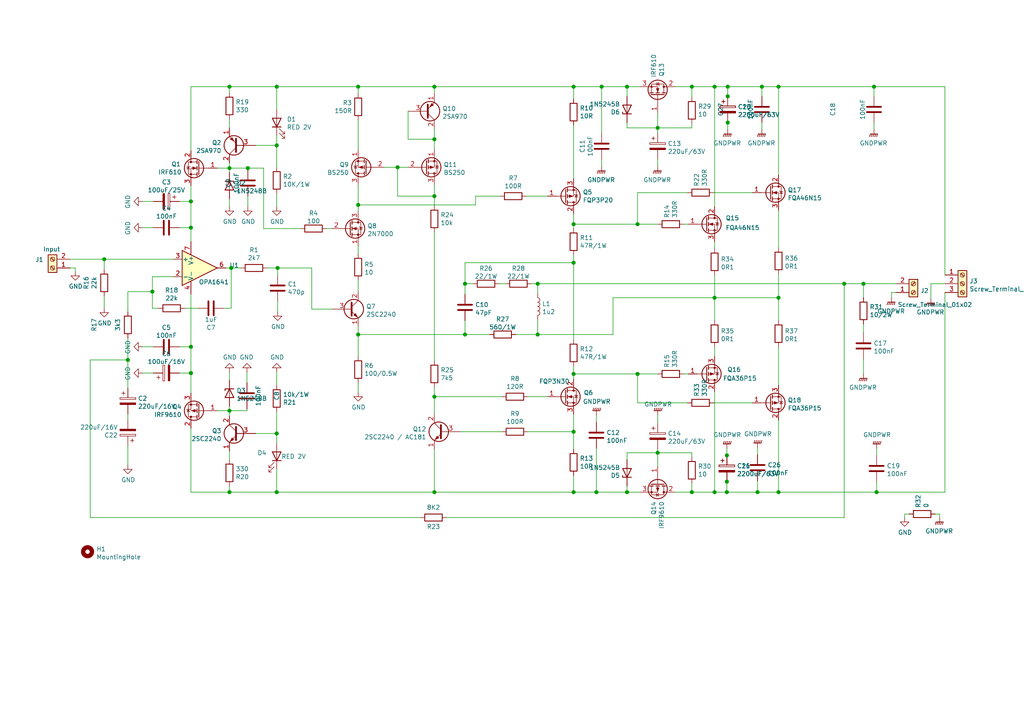
<source format=kicad_sch>
(kicad_sch (version 20230121) (generator eeschema)
  (paper "A4")
  (title_block (title "Q17") (date "2022-12-11") (rev "2.7") (company "by eng. Tiberiu Vicol") (comment 4 "Q17-2f a QUAD405 audiophile approach"))
  (junction (at 55.372 100.584) (diameter 1.016))
  (junction (at 80.264 42.164) (diameter 1.016))
  (junction (at 103.886 97.028) (diameter 1.016))
  (junction (at 66.548 119.126) (diameter 1.016))
  (junction (at 166.37 142.748) (diameter 1.016))
  (junction (at 66.548 142.748) (diameter 1.016))
  (junction (at 200.66 25.146) (diameter 1.016))
  (junction (at 125.984 115.062) (diameter 1.016))
  (junction (at 211.074 27.94) (diameter 1.016))
  (junction (at 55.372 108.204) (diameter 1.016))
  (junction (at 225.806 25.146) (diameter 1.016))
  (junction (at 250.444 82.296) (diameter 1.016))
  (junction (at 67.056 77.724) (diameter 1.016))
  (junction (at 125.984 25.146) (diameter 1.016))
  (junction (at 184.912 65.024) (diameter 1.016))
  (junction (at 37.084 104.394) (diameter 1.016))
  (junction (at 134.874 97.028) (diameter 1.016))
  (junction (at 244.856 82.296) (diameter 1.016))
  (junction (at 134.874 82.296) (diameter 1.016))
  (junction (at 80.264 25.146) (diameter 1.016))
  (junction (at 181.864 142.748) (diameter 1.016))
  (junction (at 253.492 25.146) (diameter 1.016))
  (junction (at 80.518 77.724) (diameter 1.016))
  (junction (at 125.984 142.748) (diameter 1.016))
  (junction (at 166.37 65.024) (diameter 1.016))
  (junction (at 44.196 84.582) (diameter 1.016))
  (junction (at 80.264 142.748) (diameter 1.016))
  (junction (at 174.498 25.146) (diameter 1.016))
  (junction (at 225.806 142.748) (diameter 1.016))
  (junction (at 211.074 25.146) (diameter 1.016))
  (junction (at 211.074 35.56) (diameter 1.016))
  (junction (at 166.37 76.2) (diameter 1.016))
  (junction (at 166.37 125.222) (diameter 1.016))
  (junction (at 155.956 97.028) (diameter 1.016))
  (junction (at 200.66 142.748) (diameter 1.016))
  (junction (at 207.264 86.36) (diameter 1.016))
  (junction (at 71.882 48.768) (diameter 1.016))
  (junction (at 115.316 48.514) (diameter 1.016))
  (junction (at 225.806 86.36) (diameter 1.016))
  (junction (at 55.372 58.42) (diameter 1.016))
  (junction (at 220.98 25.146) (diameter 1.016))
  (junction (at 166.37 25.146) (diameter 1.016))
  (junction (at 80.264 125.73) (diameter 1.016))
  (junction (at 190.754 37.084) (diameter 1.016))
  (junction (at 103.886 59.436) (diameter 1.016))
  (junction (at 210.82 139.7) (diameter 1.016))
  (junction (at 166.37 108.458) (diameter 1.016))
  (junction (at 210.82 142.748) (diameter 1.016))
  (junction (at 66.548 25.146) (diameter 1.016))
  (junction (at 184.912 108.458) (diameter 1.016))
  (junction (at 181.864 25.146) (diameter 1.016))
  (junction (at 172.974 142.748) (diameter 1.016))
  (junction (at 103.886 25.146) (diameter 1.016))
  (junction (at 30.226 75.184) (diameter 1.016))
  (junction (at 125.984 40.386) (diameter 1.016))
  (junction (at 219.71 142.748) (diameter 1.016))
  (junction (at 210.82 132.08) (diameter 1.016))
  (junction (at 207.264 142.748) (diameter 1.016))
  (junction (at 190.754 131.318) (diameter 1.016))
  (junction (at 55.372 66.04) (diameter 1.016))
  (junction (at 207.264 25.146) (diameter 1.016))
  (junction (at 125.984 56.896) (diameter 1.016))
  (junction (at 66.548 48.768) (diameter 1.016))
  (junction (at 155.956 82.296) (diameter 1.016))
  (junction (at 254.254 142.748) (diameter 1.016))
  (wire (pts (xy 220.98 35.56) (xy 220.98 37.592)))
  (wire (pts (xy 80.518 77.724) (xy 90.424 77.724)))
  (wire (pts (xy 166.37 73.914) (xy 166.37 76.2)))
  (wire (pts (xy 74.168 42.164) (xy 80.264 42.164)))
  (wire (pts (xy 80.264 42.164) (xy 80.264 39.37)))
  (wire (pts (xy 125.984 25.146) (xy 103.886 25.146)))
  (wire (pts (xy 125.984 25.146) (xy 166.37 25.146)))
  (wire (pts (xy 200.66 131.318) (xy 190.754 131.318)))
  (wire (pts (xy 200.66 132.588) (xy 200.66 131.318)))
  (wire (pts (xy 66.548 34.544) (xy 66.548 37.084)))
  (wire (pts (xy 190.754 120.396) (xy 190.754 122.682)))
  (wire (pts (xy 37.084 121.666) (xy 37.084 120.142)))
  (wire (pts (xy 37.084 134.874) (xy 37.084 129.286)))
  (wire (pts (xy 71.882 48.768) (xy 76.454 48.768)))
  (wire (pts (xy 76.454 66.294) (xy 76.454 48.768)))
  (wire (pts (xy 87.122 66.294) (xy 76.454 66.294)))
  (wire (pts (xy 96.266 66.294) (xy 94.742 66.294)))
  (wire (pts (xy 20.32 77.724) (xy 21.844 77.724)))
  (wire (pts (xy 21.844 77.724) (xy 21.844 78.74)))
  (wire (pts (xy 200.66 25.146) (xy 200.66 28.194)))
  (wire (pts (xy 37.084 98.044) (xy 37.084 104.394)))
  (wire (pts (xy 37.084 104.394) (xy 37.084 112.522)))
  (wire (pts (xy 184.912 116.84) (xy 184.912 108.458)))
  (wire (pts (xy 199.39 116.84) (xy 184.912 116.84)))
  (wire (pts (xy 80.264 125.73) (xy 80.264 119.38)))
  (wire (pts (xy 80.264 25.146) (xy 103.886 25.146)))
  (wire (pts (xy 166.37 120.142) (xy 166.37 125.222)))
  (wire (pts (xy 166.37 125.222) (xy 166.37 130.302)))
  (wire (pts (xy 44.196 80.264) (xy 50.292 80.264)))
  (wire (pts (xy 44.196 84.582) (xy 44.196 80.264)))
  (wire (pts (xy 44.196 89.408) (xy 44.196 84.582)))
  (wire (pts (xy 45.974 89.408) (xy 44.196 89.408)))
  (wire (pts (xy 134.874 76.2) (xy 166.37 76.2)))
  (wire (pts (xy 134.874 82.296) (xy 134.874 76.2)))
  (wire (pts (xy 185.674 25.146) (xy 181.864 25.146)))
  (wire (pts (xy 66.548 47.244) (xy 66.548 48.768)))
  (wire (pts (xy 66.548 48.768) (xy 66.548 50.038)))
  (wire (pts (xy 65.024 89.408) (xy 67.056 89.408)))
  (wire (pts (xy 67.056 89.408) (xy 67.056 77.724)))
  (wire (pts (xy 190.754 46.228) (xy 190.754 48.26)))
  (wire (pts (xy 125.984 67.31) (xy 125.984 104.648)))
  (wire (pts (xy 190.754 32.766) (xy 190.754 37.084)))
  (wire (pts (xy 190.754 37.084) (xy 190.754 38.608)))
  (wire (pts (xy 190.754 37.084) (xy 200.66 37.084)))
  (wire (pts (xy 200.66 37.084) (xy 200.66 35.814)))
  (wire (pts (xy 172.974 122.428) (xy 172.974 120.396)))
  (wire (pts (xy 55.372 124.206) (xy 55.372 142.748)))
  (wire (pts (xy 158.75 56.896) (xy 152.654 56.896)))
  (wire (pts (xy 26.162 104.394) (xy 37.084 104.394)))
  (wire (pts (xy 26.162 150.114) (xy 26.162 104.394)))
  (wire (pts (xy 121.92 150.114) (xy 26.162 150.114)))
  (wire (pts (xy 210.82 142.748) (xy 219.71 142.748)))
  (wire (pts (xy 219.71 142.748) (xy 225.806 142.748)))
  (wire (pts (xy 225.806 142.748) (xy 254.254 142.748)))
  (wire (pts (xy 254.254 139.7) (xy 254.254 142.748)))
  (wire (pts (xy 125.984 37.338) (xy 125.984 40.386)))
  (wire (pts (xy 134.874 82.296) (xy 134.874 85.344)))
  (wire (pts (xy 137.16 82.296) (xy 134.874 82.296)))
  (wire (pts (xy 166.37 36.322) (xy 166.37 51.816)))
  (wire (pts (xy 55.372 85.344) (xy 55.372 100.584)))
  (wire (pts (xy 55.372 100.584) (xy 55.372 108.204)))
  (wire (pts (xy 55.372 108.204) (xy 55.372 114.046)))
  (wire (pts (xy 219.71 139.446) (xy 219.71 142.748)))
  (wire (pts (xy 66.548 140.97) (xy 66.548 142.748)))
  (wire (pts (xy 225.806 25.146) (xy 253.492 25.146)))
  (wire (pts (xy 253.492 27.94) (xy 253.492 25.146)))
  (wire (pts (xy 52.07 108.204) (xy 55.372 108.204)))
  (wire (pts (xy 90.424 89.662) (xy 90.424 77.724)))
  (wire (pts (xy 96.266 89.662) (xy 90.424 89.662)))
  (wire (pts (xy 207.264 86.36) (xy 225.806 86.36)))
  (wire (pts (xy 144.78 82.296) (xy 146.558 82.296)))
  (wire (pts (xy 154.178 82.296) (xy 155.956 82.296)))
  (wire (pts (xy 155.956 85.09) (xy 155.956 82.296)))
  (wire (pts (xy 274.066 142.748) (xy 254.254 142.748)))
  (wire (pts (xy 258.572 84.836) (xy 259.842 84.836)))
  (wire (pts (xy 258.572 86.36) (xy 258.572 84.836)))
  (wire (pts (xy 55.372 53.848) (xy 55.372 58.42)))
  (wire (pts (xy 55.372 58.42) (xy 55.372 66.04)))
  (wire (pts (xy 55.372 66.04) (xy 55.372 70.104)))
  (wire (pts (xy 125.984 115.062) (xy 145.542 115.062)))
  (wire (pts (xy 153.162 115.062) (xy 158.75 115.062)))
  (wire (pts (xy 244.856 82.296) (xy 244.856 150.114)))
  (wire (pts (xy 244.856 150.114) (xy 129.54 150.114)))
  (wire (pts (xy 52.07 66.04) (xy 55.372 66.04)))
  (wire (pts (xy 149.606 97.028) (xy 155.956 97.028)))
  (wire (pts (xy 155.956 92.71) (xy 155.956 97.028)))
  (wire (pts (xy 198.374 65.024) (xy 199.644 65.024)))
  (wire (pts (xy 198.374 108.458) (xy 199.644 108.458)))
  (wire (pts (xy 41.402 66.04) (xy 44.45 66.04)))
  (wire (pts (xy 174.498 25.146) (xy 166.37 25.146)))
  (wire (pts (xy 181.864 25.146) (xy 174.498 25.146)))
  (wire (pts (xy 200.66 25.146) (xy 195.834 25.146)))
  (wire (pts (xy 207.264 25.146) (xy 200.66 25.146)))
  (wire (pts (xy 207.264 59.944) (xy 207.264 25.146)))
  (wire (pts (xy 166.37 25.146) (xy 166.37 28.702)))
  (wire (pts (xy 71.628 118.618) (xy 71.628 119.126)))
  (wire (pts (xy 71.628 119.126) (xy 66.548 119.126)))
  (wire (pts (xy 184.912 55.88) (xy 184.912 65.024)))
  (wire (pts (xy 199.39 55.88) (xy 184.912 55.88)))
  (wire (pts (xy 155.956 97.028) (xy 177.8 97.028)))
  (wire (pts (xy 177.8 86.36) (xy 207.264 86.36)))
  (wire (pts (xy 177.8 97.028) (xy 177.8 86.36)))
  (wire (pts (xy 200.66 140.208) (xy 200.66 142.748)))
  (wire (pts (xy 207.264 70.104) (xy 207.264 72.136)))
  (wire (pts (xy 207.264 79.756) (xy 207.264 86.36)))
  (wire (pts (xy 207.264 86.36) (xy 207.264 92.964)))
  (wire (pts (xy 207.264 100.584) (xy 207.264 103.378)))
  (wire (pts (xy 125.984 112.268) (xy 125.984 115.062)))
  (wire (pts (xy 133.604 125.222) (xy 145.542 125.222)))
  (wire (pts (xy 153.162 125.222) (xy 166.37 125.222)))
  (wire (pts (xy 274.066 84.836) (xy 274.066 142.748)))
  (wire (pts (xy 66.548 110.236) (xy 66.548 107.95)))
  (wire (pts (xy 41.402 100.584) (xy 44.45 100.584)))
  (wire (pts (xy 166.37 106.172) (xy 166.37 108.458)))
  (wire (pts (xy 166.37 108.458) (xy 166.37 109.982)))
  (wire (pts (xy 125.984 115.062) (xy 125.984 120.142)))
  (wire (pts (xy 181.864 35.56) (xy 181.864 37.084)))
  (wire (pts (xy 181.864 37.084) (xy 190.754 37.084)))
  (wire (pts (xy 253.492 35.56) (xy 253.492 37.592)))
  (wire (pts (xy 80.264 111.76) (xy 80.264 107.95)))
  (wire (pts (xy 166.37 76.2) (xy 166.37 98.552)))
  (wire (pts (xy 103.886 53.594) (xy 103.886 59.436)))
  (wire (pts (xy 103.886 59.436) (xy 103.886 61.214)))
  (wire (pts (xy 103.886 71.374) (xy 103.886 73.66)))
  (wire (pts (xy 103.886 81.28) (xy 103.886 84.582)))
  (wire (pts (xy 77.47 77.724) (xy 80.518 77.724)))
  (wire (pts (xy 80.518 77.724) (xy 80.518 79.756)))
  (wire (pts (xy 71.882 48.768) (xy 66.548 48.768)))
  (wire (pts (xy 71.882 49.276) (xy 71.882 48.768)))
  (wire (pts (xy 125.984 40.386) (xy 125.984 43.434)))
  (wire (pts (xy 30.226 75.184) (xy 30.226 78.232)))
  (wire (pts (xy 50.292 75.184) (xy 30.226 75.184)))
  (wire (pts (xy 134.874 92.964) (xy 134.874 97.028)))
  (wire (pts (xy 134.874 97.028) (xy 141.986 97.028)))
  (wire (pts (xy 220.98 25.146) (xy 220.98 27.94)))
  (wire (pts (xy 80.264 56.134) (xy 80.264 59.944)))
  (wire (pts (xy 166.37 108.458) (xy 184.912 108.458)))
  (wire (pts (xy 184.912 108.458) (xy 190.754 108.458)))
  (wire (pts (xy 52.07 58.42) (xy 55.372 58.42)))
  (wire (pts (xy 115.316 48.514) (xy 111.506 48.514)))
  (wire (pts (xy 30.226 85.852) (xy 30.226 89.408)))
  (wire (pts (xy 125.984 25.146) (xy 125.984 27.178)))
  (wire (pts (xy 225.806 121.92) (xy 225.806 142.748)))
  (wire (pts (xy 172.974 142.748) (xy 166.37 142.748)))
  (wire (pts (xy 200.66 142.748) (xy 195.834 142.748)))
  (wire (pts (xy 207.264 113.538) (xy 207.264 142.748)))
  (wire (pts (xy 207.264 142.748) (xy 200.66 142.748)))
  (wire (pts (xy 207.01 116.84) (xy 218.186 116.84)))
  (wire (pts (xy 125.984 130.302) (xy 125.984 142.748)))
  (wire (pts (xy 125.984 142.748) (xy 166.37 142.748)))
  (wire (pts (xy 166.37 142.748) (xy 166.37 137.922)))
  (wire (pts (xy 250.444 82.296) (xy 259.842 82.296)))
  (wire (pts (xy 118.364 32.258) (xy 118.364 40.386)))
  (wire (pts (xy 254.254 132.08) (xy 254.254 130.048)))
  (wire (pts (xy 66.548 120.65) (xy 66.548 119.126)))
  (wire (pts (xy 55.372 25.146) (xy 66.548 25.146)))
  (wire (pts (xy 55.372 43.688) (xy 55.372 25.146)))
  (wire (pts (xy 172.974 130.048) (xy 172.974 142.748)))
  (wire (pts (xy 37.084 84.582) (xy 37.084 90.424)))
  (wire (pts (xy 44.196 84.582) (xy 37.084 84.582)))
  (wire (pts (xy 66.548 25.146) (xy 80.264 25.146)))
  (wire (pts (xy 66.548 26.924) (xy 66.548 25.146)))
  (wire (pts (xy 80.264 25.146) (xy 80.264 31.75)))
  (wire (pts (xy 181.864 140.97) (xy 181.864 142.748)))
  (wire (pts (xy 53.594 89.408) (xy 57.404 89.408)))
  (wire (pts (xy 115.316 56.896) (xy 115.316 48.514)))
  (wire (pts (xy 125.984 56.896) (xy 115.316 56.896)))
  (wire (pts (xy 137.922 56.896) (xy 145.034 56.896)))
  (wire (pts (xy 103.886 110.998) (xy 103.886 113.792)))
  (wire (pts (xy 210.82 139.7) (xy 210.82 142.748)))
  (wire (pts (xy 210.82 142.748) (xy 207.264 142.748)))
  (wire (pts (xy 55.372 142.748) (xy 66.548 142.748)))
  (wire (pts (xy 80.264 142.748) (xy 80.264 136.144)))
  (wire (pts (xy 65.532 77.724) (xy 67.056 77.724)))
  (wire (pts (xy 67.056 77.724) (xy 69.85 77.724)))
  (wire (pts (xy 190.754 130.302) (xy 190.754 131.318)))
  (wire (pts (xy 190.754 131.318) (xy 190.754 135.128)))
  (wire (pts (xy 172.974 142.748) (xy 181.864 142.748)))
  (wire (pts (xy 181.864 142.748) (xy 185.674 142.748)))
  (wire (pts (xy 115.316 48.514) (xy 118.364 48.514)))
  (wire (pts (xy 155.956 82.296) (xy 244.856 82.296)))
  (wire (pts (xy 244.856 82.296) (xy 250.444 82.296)))
  (wire (pts (xy 250.444 82.296) (xy 250.444 86.36)))
  (wire (pts (xy 20.32 75.184) (xy 30.226 75.184)))
  (wire (pts (xy 174.498 25.146) (xy 174.498 38.608)))
  (wire (pts (xy 66.548 119.126) (xy 66.548 117.856)))
  (wire (pts (xy 137.922 56.896) (xy 137.922 59.436)))
  (wire (pts (xy 137.922 59.436) (xy 103.886 59.436)))
  (wire (pts (xy 271.272 149.098) (xy 272.542 149.098)))
  (wire (pts (xy 272.542 149.098) (xy 272.542 150.114)))
  (wire (pts (xy 262.382 149.098) (xy 263.652 149.098)))
  (wire (pts (xy 262.382 150.114) (xy 262.382 149.098)))
  (wire (pts (xy 52.07 100.584) (xy 55.372 100.584)))
  (wire (pts (xy 103.886 97.028) (xy 103.886 103.378)))
  (wire (pts (xy 134.874 97.028) (xy 103.886 97.028)))
  (wire (pts (xy 62.992 119.126) (xy 66.548 119.126)))
  (wire (pts (xy 274.066 25.146) (xy 253.492 25.146)))
  (wire (pts (xy 270.002 82.296) (xy 270.002 86.614)))
  (wire (pts (xy 274.066 82.296) (xy 270.002 82.296)))
  (wire (pts (xy 166.37 61.976) (xy 166.37 65.024)))
  (wire (pts (xy 166.37 65.024) (xy 166.37 66.294)))
  (wire (pts (xy 41.402 108.204) (xy 44.45 108.204)))
  (wire (pts (xy 41.402 58.42) (xy 44.45 58.42)))
  (wire (pts (xy 80.264 125.73) (xy 80.264 128.524)))
  (wire (pts (xy 80.264 142.748) (xy 125.984 142.748)))
  (wire (pts (xy 274.066 25.146) (xy 274.066 79.756)))
  (wire (pts (xy 80.264 42.164) (xy 80.264 48.514)))
  (wire (pts (xy 71.882 59.944) (xy 71.882 56.896)))
  (wire (pts (xy 181.864 131.318) (xy 190.754 131.318)))
  (wire (pts (xy 181.864 133.35) (xy 181.864 131.318)))
  (wire (pts (xy 66.548 57.658) (xy 66.548 59.944)))
  (wire (pts (xy 219.71 131.826) (xy 219.71 129.794)))
  (wire (pts (xy 125.984 53.594) (xy 125.984 56.896)))
  (wire (pts (xy 125.984 56.896) (xy 125.984 59.69)))
  (wire (pts (xy 225.806 25.146) (xy 225.806 50.8)))
  (wire (pts (xy 71.628 107.95) (xy 71.628 110.998)))
  (wire (pts (xy 74.168 125.73) (xy 80.264 125.73)))
  (wire (pts (xy 250.444 104.14) (xy 250.444 108.458)))
  (wire (pts (xy 207.01 55.88) (xy 218.186 55.88)))
  (wire (pts (xy 62.992 48.768) (xy 66.548 48.768)))
  (wire (pts (xy 80.518 87.376) (xy 80.518 90.424)))
  (wire (pts (xy 225.806 60.96) (xy 225.806 71.882)))
  (wire (pts (xy 225.806 79.502) (xy 225.806 86.36)))
  (wire (pts (xy 225.806 86.36) (xy 225.806 92.964)))
  (wire (pts (xy 225.806 100.584) (xy 225.806 111.76)))
  (wire (pts (xy 250.444 93.98) (xy 250.444 96.52)))
  (wire (pts (xy 211.074 35.56) (xy 211.074 37.592)))
  (wire (pts (xy 181.864 25.146) (xy 181.864 27.94)))
  (wire (pts (xy 166.37 65.024) (xy 184.912 65.024)))
  (wire (pts (xy 184.912 65.024) (xy 190.754 65.024)))
  (wire (pts (xy 103.886 94.742) (xy 103.886 97.028)))
  (wire (pts (xy 174.498 46.228) (xy 174.498 48.26)))
  (wire (pts (xy 66.548 142.748) (xy 80.264 142.748)))
  (wire (pts (xy 210.82 132.08) (xy 210.82 130.048)))
  (wire (pts (xy 103.886 34.798) (xy 103.886 43.434)))
  (wire (pts (xy 125.984 40.386) (xy 118.364 40.386)))
  (wire (pts (xy 211.074 25.146) (xy 207.264 25.146)))
  (wire (pts (xy 211.074 25.146) (xy 220.98 25.146)))
  (wire (pts (xy 211.074 27.94) (xy 211.074 25.146)))
  (wire (pts (xy 220.98 25.146) (xy 225.806 25.146)))
  (wire (pts (xy 66.548 133.35) (xy 66.548 130.81)))
  (wire (pts (xy 103.886 25.146) (xy 103.886 27.178)))
  (symbol (lib_id "Device:Q_NPN_ECB") (at 128.524 125.222 0) (mirror y) (unit 1)
    (property "Reference" "Q12" (at 123.6726 124.4611 0) (effects (justify left)))
    (property "Value" "2SC2240 / AC181" (at 123.6726 126.7598 0) (effects (justify left)))
    (property "Footprint" "Package_TO_SOT_THT:TO-92" (effects hide))
  )
  (symbol (lib_id "Device:R") (at 166.37 134.112 0) (unit 1)
    (property "Reference" "R13" (at 168.1481 132.9626 0) (effects (justify left)))
    (property "Value" "10R" (at 168.1481 135.2613 0) (effects (justify left)))
    (property "Footprint" "Resistor_THT:R_Axial_DIN0207_L6.3mm_D2.5mm_P10.16mm_Horizontal" (effects hide))
  )
  (symbol (lib_id "Device:C_Polarized") (at 211.074 31.75 0) (unit 1)
    (property "Reference" "C20" (at 213.9951 30.9891 0) (effects (justify left)))
    (property "Value" "2200uF/63V" (at 213.9951 33.2878 0) (effects (justify left)))
    (property "Footprint" "Capacitor_THT:CP_Radial_D22.0mm_P10.00mm_SnapIn" (effects hide))
  )
  (symbol (lib_id "power:GND") (at 30.226 89.408 0) (unit 1)
    (property "Reference" "#PWR0113" (effects hide))
    (property "Value" "GND" (at 30.3403 93.7324 0))
  )
  (symbol (lib_id "Device:C_Polarized") (at 210.82 135.89 0) (unit 1)
    (property "Reference" "C21" (at 213.7411 135.1291 0) (effects (justify left)))
    (property "Value" "2200uF/63V" (at 213.7411 137.4278 0) (effects (justify left)))
    (property "Footprint" "Capacitor_THT:CP_Radial_D22.0mm_P10.00mm_SnapIn" (effects hide))
  )
  (symbol (lib_id "Device:Q_PNP_ECB") (at 123.444 32.258 0) (mirror x) (unit 1)
    (property "Reference" "Q10" (at 128.2955 31.4971 0) (effects (justify left)))
    (property "Value" "2SA970" (at 128.2955 33.7958 0) (effects (justify left)))
    (property "Footprint" "Package_TO_SOT_THT:TO-92" (effects hide))
  )
  (symbol (lib_id "Device:R") (at 250.444 90.17 0) (unit 1)
    (property "Reference" "R31" (at 252.2221 89.0206 0) (effects (justify left)))
    (property "Value" "10/2W" (at 252.222 91.319 0) (effects (justify left)))
    (property "Footprint" "Resistor_THT:R_Axial_DIN0309_L9.0mm_D3.2mm_P12.70mm_Horizontal" (effects hide))
  )
  (symbol (lib_id "Device:C") (at 48.26 66.04 90) (unit 1)
    (property "Reference" "C4" (at 48.26 60.4478 90))
    (property "Value" "100nF" (at 48.26 62.7465 90))
    (property "Footprint" "Capacitor_THT:C_Disc_D7.5mm_W2.5mm_P5.00mm" (effects hide))
    (property "Datasheet" "https://ro.mouser.com/datasheet/2/212/1/KEM_F3101_R82-1103738.pdf" (effects hide))
    (property "Sim.Device" "SPICE" (effects hide))
    (property "Sim.Params" "type=\"C\" model=\"100n\" lib=\"\"" (effects hide))
    (property "Sim.Pins" "1=1 2=2" (effects hide))
  )
  (symbol (lib_name "Connector:Screw_Terminal_01x02_1") (lib_id "Connector:Screw_Terminal_01x02") (at 264.922 84.836 0) (mirror x) (unit 1)
    (property "Reference" "J2" (at 266.9541 84.3269 0) (effects (justify left)))
    (property "Value" "Screw_Terminal_01x02" (at 260.3501 88.3782 0) (effects (justify left)))
    (property "Footprint" "Connector_AMASS:AMASS_XT30U-F_1x02_P5.0mm_Vertical" (effects hide))
  )
  (symbol (lib_id "power:GND") (at 37.084 134.874 0) (unit 1)
    (property "Reference" "#PWR0107" (effects hide))
    (property "Value" "GND" (at 37.1983 139.1984 0))
  )
  (symbol (lib_id "Device:R") (at 73.66 77.724 90) (unit 1)
    (property "Reference" "R1" (at 73.66 72.4978 90))
    (property "Value" "2k7" (at 73.66 74.7965 90))
    (property "Footprint" "Resistor_THT:R_Axial_DIN0207_L6.3mm_D2.5mm_P10.16mm_Horizontal" (effects hide))
  )
  (symbol (lib_id "power:GNDPWR") (at 190.754 120.396 180) (unit 1)
    (property "Reference" "#PWR0121" (effects hide))
    (property "Value" "GNDPWR" (at 190.881 117.255 0))
  )
  (symbol (lib_id "Device:C") (at 172.974 126.238 0) (unit 1)
    (property "Reference" "C12" (at 175.8951 125.4771 0) (effects (justify left)))
    (property "Value" "100nF" (at 175.8951 127.7758 0) (effects (justify left)))
    (property "Footprint" "Capacitor_THT:C_Disc_D7.5mm_W2.5mm_P5.00mm" (effects hide))
    (property "Datasheet" "https://ro.mouser.com/datasheet/2/212/1/KEM_F3101_R82-1103738.pdf" (effects hide))
    (property "Sim.Device" "SPICE" (effects hide))
    (property "Sim.Params" "type=\"C\" model=\"100n\" lib=\"\"" (effects hide))
    (property "Sim.Pins" "1=1 2=2" (effects hide))
  )
  (symbol (lib_id "Device:R") (at 166.37 70.104 0) (unit 1)
    (property "Reference" "R11" (at 168.1481 68.9546 0) (effects (justify left)))
    (property "Value" "47R/1W" (at 168.1481 71.2533 0) (effects (justify left)))
    (property "Footprint" "Resistor_THT:R_Axial_DIN0411_L9.9mm_D3.6mm_P12.70mm_Horizontal" (effects hide))
  )
  (symbol (lib_id "Device:R") (at 149.352 125.222 90) (unit 1)
    (property "Reference" "R9" (at 149.352 119.9958 90))
    (property "Value" "100R" (at 149.352 122.295 90))
    (property "Footprint" "Resistor_THT:R_Axial_DIN0207_L6.3mm_D2.5mm_P10.16mm_Horizontal" (effects hide))
  )
  (symbol (lib_id "Device:R") (at 80.264 115.57 0) (mirror x) (unit 1)
    (property "Reference" "R21" (at 82.0421 116.7194 0) (effects (justify left)))
    (property "Value" "10k/1W" (at 82.042 114.421 0) (effects (justify left)))
    (property "Footprint" "Resistor_THT:R_Axial_DIN0207_L6.3mm_D2.5mm_P10.16mm_Horizontal" (effects hide))
  )
  (symbol (lib_id "Device:LED") (at 80.264 35.56 90) (unit 1)
    (property "Reference" "D1" (at 83.1851 34.6011 90) (effects (justify right)))
    (property "Value" "RED 2V" (at 83.1851 36.8998 90) (effects (justify right)))
    (property "Footprint" "LED_THT:LED_D5.0mm_Clear" (effects hide))
  )
  (symbol (lib_id "Device:Q_NPN_ECB") (at 69.088 125.73 0) (mirror y) (unit 1)
    (property "Reference" "Q3" (at 64.2366 124.9691 0) (effects (justify left)))
    (property "Value" "2SC2240" (at 64.2366 127.2678 0) (effects (justify left)))
    (property "Footprint" "Package_TO_SOT_THT:TO-92" (effects hide))
  )
  (symbol (lib_id "Device:C_Polarized") (at 210.82 135.89 0) (unit 1)
    (property "Reference" "C16" (at 213.7411 135.1291 0) (effects (justify left)))
    (property "Value" "2200uF/63V" (at 213.7411 137.4278 0) (effects (justify left)))
    (property "Footprint" "Capacitor_THT:CP_Radial_D18.0mm_P7.50mm" (effects hide))
  )
  (symbol (lib_id "Device:R") (at 194.564 108.458 90) (unit 1)
    (property "Reference" "R15" (at 193.4146 106.6799 0) (effects (justify left)))
    (property "Value" "330R" (at 195.7133 106.6799 0) (effects (justify left)))
    (property "Footprint" "Resistor_THT:R_Axial_DIN0207_L6.3mm_D2.5mm_P10.16mm_Horizontal" (effects hide))
  )
  (symbol (lib_id "power:GNDPWR") (at 172.974 120.396 180) (unit 1)
    (property "Reference" "#PWR0120" (effects hide))
    (property "Value" "GNDPWR" (at 173.101 116.478 0))
  )
  (symbol (lib_id "Device:C") (at 174.498 42.418 180) (unit 1)
    (property "Reference" "C11" (at 168.9058 42.418 90))
    (property "Value" "100nF" (at 171.2045 42.418 90))
    (property "Footprint" "Capacitor_THT:C_Disc_D7.5mm_W2.5mm_P5.00mm" (effects hide))
    (property "Datasheet" "https://ro.mouser.com/datasheet/2/212/1/KEM_F3101_R82-1103738.pdf" (effects hide))
    (property "Sim.Device" "SPICE" (effects hide))
    (property "Sim.Params" "type=\"C\" model=\"100n\" lib=\"\"" (effects hide))
    (property "Sim.Pins" "1=1 2=2" (effects hide))
  )
  (symbol (lib_id "Device:C") (at 220.98 31.75 180) (unit 1)
    (property "Reference" "C27" (at 209.0378 31.75 90))
    (property "Value" "100nF" (at 217.6865 31.75 90))
    (property "Footprint" "Capacitor_THT:C_Disc_D7.5mm_W2.5mm_P5.00mm" (effects hide))
    (property "Datasheet" "https://ro.mouser.com/datasheet/2/212/1/KEM_F3101_R82-1103738.pdf" (effects hide))
    (property "Sim.Device" "SPICE" (effects hide))
    (property "Sim.Params" "type=\"C\" model=\"100n\" lib=\"\"" (effects hide))
    (property "Sim.Pins" "1=1 2=2" (effects hide))
  )
  (symbol (lib_id "power:GND") (at 262.382 150.114 0) (unit 1)
    (property "Reference" "#PWR0124" (effects hide))
    (property "Value" "GND" (at 262.4963 154.4384 0))
  )
  (symbol (lib_id "power:GNDPWR") (at 270.002 86.614 0) (unit 1)
    (property "Reference" "#PWR0128" (effects hide))
    (property "Value" "GNDPWR" (at 269.875 90.532 0))
  )
  (symbol (lib_id "Device:C") (at 71.882 53.086 180) (unit 1)
    (property "Reference" "C9" (at 66.2898 53.086 90))
    (property "Value" "100nF" (at 68.5885 53.086 90))
    (property "Footprint" "Capacitor_THT:C_Disc_D7.5mm_W2.5mm_P5.00mm" (effects hide))
    (property "Datasheet" "https://ro.mouser.com/datasheet/2/212/1/KEM_F3101_R82-1103738.pdf" (effects hide))
    (property "Sim.Device" "SPICE" (effects hide))
    (property "Sim.Params" "type=\"C\" model=\"100n\" lib=\"\"" (effects hide))
    (property "Sim.Pins" "1=1 2=2" (effects hide))
  )
  (symbol (lib_id "power:GND") (at 21.844 78.74 0) (unit 1)
    (property "Reference" "#PWR0114" (effects hide))
    (property "Value" "GND" (at 21.9583 83.0644 0))
  )
  (symbol (lib_id "power:GNDPWR") (at 219.71 129.794 180) (unit 1)
    (property "Reference" "#PWR0132" (effects hide))
    (property "Value" "GNDPWR" (at 219.837 125.876 0))
  )
  (symbol (lib_id "Device:LED") (at 80.264 132.334 270) (mirror x) (unit 1)
    (property "Reference" "D4" (at 77.3429 131.3751 90) (effects (justify right)))
    (property "Value" "RED 2V" (at 88.7729 132.4038 90) (effects (justify right)))
    (property "Footprint" "LED_THT:LED_D5.0mm_Clear" (effects hide))
  )
  (symbol (lib_id "Device:R") (at 194.564 65.024 90) (unit 1)
    (property "Reference" "R14" (at 193.4146 63.2459 0) (effects (justify left)))
    (property "Value" "330R" (at 195.7133 63.2459 0) (effects (justify left)))
    (property "Footprint" "Resistor_THT:R_Axial_DIN0207_L6.3mm_D2.5mm_P10.16mm_Horizontal" (effects hide))
  )
  (symbol (lib_id "Device:R") (at 203.2 55.88 90) (unit 1)
    (property "Reference" "R22" (at 202.0506 54.1019 0) (effects (justify left)))
    (property "Value" "330R" (at 204.3493 54.1019 0) (effects (justify left)))
    (property "Footprint" "Resistor_THT:R_Axial_DIN0207_L6.3mm_D2.5mm_P10.16mm_Horizontal" (effects hide))
  )
  (symbol (lib_id "Device:R") (at 166.37 32.512 0) (unit 1)
    (property "Reference" "R10" (at 168.1481 31.3626 0) (effects (justify left)))
    (property "Value" "10R" (at 168.1481 33.6613 0) (effects (justify left)))
    (property "Footprint" "Resistor_THT:R_Axial_DIN0207_L6.3mm_D2.5mm_P10.16mm_Horizontal" (effects hide))
  )
  (symbol (lib_id "power:GNDPWR") (at 210.82 130.048 180) (unit 1)
    (property "Reference" "#PWR0125" (effects hide))
    (property "Value" "GNDPWR" (at 210.947 126.13 0))
  )
  (symbol (lib_id "Device:R") (at 140.97 82.296 90) (unit 1)
    (property "Reference" "R26" (at 140.97 77.8468 90))
    (property "Value" "22/1W" (at 140.97 80.1455 90))
    (property "Footprint" "Resistor_THT:R_Axial_DIN0207_L6.3mm_D2.5mm_P10.16mm_Horizontal" (effects hide))
  )
  (symbol (lib_id "Device:D_Zener") (at 181.864 31.75 90) (unit 1)
    (property "Reference" "D6" (at 179.8319 32.5109 90) (effects (justify left)))
    (property "Value" "1N5245B" (at 179.8319 30.2122 90) (effects (justify left)))
    (property "Footprint" "Diode_THT:D_DO-35_SOD27_P7.62mm_Horizontal" (effects hide))
  )
  (symbol (lib_id "Device:R") (at 30.226 82.042 180) (unit 1)
    (property "Reference" "R16" (at 24.9998 82.042 90))
    (property "Value" "22k" (at 27.2985 82.042 90))
    (property "Footprint" "Resistor_THT:R_Axial_DIN0207_L6.3mm_D2.5mm_P10.16mm_Horizontal" (effects hide))
  )
  (symbol (lib_id "power:GNDPWR") (at 211.074 37.592 0) (unit 1)
    (property "Reference" "#PWR0118" (effects hide))
    (property "Value" "GNDPWR" (at 210.947 41.51 0))
  )
  (symbol (lib_id "Device:Q_NPN_ECB") (at 101.346 89.662 0) (unit 1)
    (property "Reference" "Q7" (at 106.1975 88.9011 0) (effects (justify left)))
    (property "Value" "2SC2240" (at 106.1975 91.1998 0) (effects (justify left)))
    (property "Footprint" "Package_TO_SOT_THT:TO-92" (effects hide))
  )
  (symbol (lib_id "Device:C_Polarized") (at 37.084 125.476 180) (unit 1)
    (property "Reference" "C22" (at 34.1629 126.2369 0) (effects (justify left)))
    (property "Value" "220uF/16V" (at 34.1629 123.9382 0) (effects (justify left)))
    (property "Footprint" "Capacitor_THT:C_Radial_D10.0mm_H12.5mm_P5.00mm" (effects hide))
  )
  (symbol (lib_id "Device:C") (at 61.214 89.408 270) (unit 1)
    (property "Reference" "C7" (at 61.214 95.0002 90))
    (property "Value" "1uF" (at 61.214 92.7015 90))
    (property "Footprint" "Capacitor_THT:CP_Axial_L26.5mm_D20.0mm_P33.00mm_Horizontal" (effects hide))
  )
  (symbol (lib_id "Device:C_Polarized") (at 48.26 108.204 90) (unit 1)
    (property "Reference" "C6" (at 48.26 102.6118 90))
    (property "Value" "100uF/16V" (at 48.26 104.9105 90))
    (property "Footprint" "Capacitor_THT:C_Radial_D10.0mm_H12.5mm_P5.00mm" (effects hide))
  )
  (symbol (lib_id "Device:Q_NMOS_GDS") (at 204.724 65.024 0) (unit 1)
    (property "Reference" "Q15" (at 210.4391 63.2471 0) (effects (justify left)))
    (property "Value" "FQA46N15" (at 210.4391 66.0538 0) (effects (justify left)))
    (property "Footprint" "Package_TO_SOT_THT:TO-3P-3_Horizontal_TabDown" (effects hide))
  )
  (symbol (lib_id "Device:C_Polarized") (at 190.754 42.418 0) (unit 1)
    (property "Reference" "C13" (at 193.6751 41.6571 0) (effects (justify left)))
    (property "Value" "220uF/63V" (at 193.6751 43.9558 0) (effects (justify left)))
    (property "Footprint" "Capacitor_THT:CP_Radial_D10.0mm_P5.00mm_P7.50mm" (effects hide))
  )
  (symbol (lib_id "Device:L") (at 155.956 88.9 0) (unit 1)
    (property "Reference" "L1" (at 157.2261 88.1391 0) (effects (justify left)))
    (property "Value" "1u2" (at 157.2261 90.4378 0) (effects (justify left)))
    (property "Footprint" "L:L_new" (effects hide))
  )
  (symbol (lib_id "Device:R") (at 66.548 30.734 0) (unit 1)
    (property "Reference" "R19" (at 68.3261 29.5846 0) (effects (justify left)))
    (property "Value" "330" (at 68.326 31.883 0) (effects (justify left)))
    (property "Footprint" "Resistor_THT:R_Axial_DIN0207_L6.3mm_D2.5mm_P10.16mm_Horizontal" (effects hide))
  )
  (symbol (lib_id "Device:C_Polarized") (at 37.084 116.332 0) (unit 1)
    (property "Reference" "C2" (at 40.0051 115.5711 0) (effects (justify left)))
    (property "Value" "220uF/16V" (at 40.0051 117.8698 0) (effects (justify left)))
    (property "Footprint" "Capacitor_THT:C_Radial_D10.0mm_H12.5mm_P5.00mm" (effects hide))
  )
  (symbol (lib_id "Device:R") (at 145.796 97.028 90) (unit 1)
    (property "Reference" "R27" (at 145.796 92.5788 90))
    (property "Value" "560/1W" (at 145.796 94.8775 90))
    (property "Footprint" "Resistor_THT:R_Axial_DIN0207_L6.3mm_D2.5mm_P10.16mm_Horizontal" (effects hide))
  )
  (symbol (lib_id "Device:R") (at 166.37 102.362 0) (unit 1)
    (property "Reference" "R12" (at 168.1481 101.2126 0) (effects (justify left)))
    (property "Value" "47R/1W" (at 168.1481 103.5113 0) (effects (justify left)))
    (property "Footprint" "Resistor_THT:R_Axial_DIN0411_L9.9mm_D3.6mm_P12.70mm_Horizontal" (effects hide))
  )
  (symbol (lib_id "Device:C") (at 80.518 83.566 0) (unit 1)
    (property "Reference" "C1" (at 83.4391 82.4166 0) (effects (justify left)))
    (property "Value" "470p" (at 83.4391 84.7153 0) (effects (justify left)))
    (property "Footprint" "Capacitor_THT:C_Disc_D11.0mm_W5.0mm_P7.50mm" (effects hide))
  )
  (symbol (lib_id "Device:R") (at 80.264 52.324 0) (unit 1)
    (property "Reference" "R2" (at 82.0421 51.1746 0) (effects (justify left)))
    (property "Value" "10K/1W" (at 82.042 53.473 0) (effects (justify left)))
    (property "Footprint" "Resistor_THT:R_Axial_DIN0207_L6.3mm_D2.5mm_P10.16mm_Horizontal" (effects hide))
  )
  (symbol (lib_id "Device:R") (at 207.264 75.946 0) (unit 1)
    (property "Reference" "R34" (at 209.0421 75.1851 0) (effects (justify left)))
    (property "Value" "0R1" (at 209.0421 77.4838 0) (effects (justify left)))
    (property "Footprint" "Resistor_THT:R_Axial_DIN0414_L11.9mm_D4.5mm_P5.08mm_Vertical" (effects hide))
  )
  (symbol (lib_id "power:GND") (at 66.548 59.944 0) (unit 1)
    (property "Reference" "#PWR0110" (effects hide))
    (property "Value" "GND" (at 66.6623 64.2684 0))
  )
  (symbol (lib_id "Device:R") (at 200.66 32.004 0) (unit 1)
    (property "Reference" "R29" (at 202.4381 30.8546 0) (effects (justify left)))
    (property "Value" "10" (at 202.438 33.153 0) (effects (justify left)))
    (property "Footprint" "Resistor_THT:R_Axial_DIN0207_L6.3mm_D2.5mm_P10.16mm_Horizontal" (effects hide))
  )
  (symbol (lib_id "Device:C_Polarized") (at 190.754 126.492 0) (unit 1)
    (property "Reference" "C14" (at 193.6751 125.7311 0) (effects (justify left)))
    (property "Value" "220uF/63V" (at 193.6751 128.0298 0) (effects (justify left)))
    (property "Footprint" "Capacitor_THT:CP_Radial_D10.0mm_P5.00mm_P7.50mm" (effects hide))
  )
  (symbol (lib_id "Device:R") (at 148.844 56.896 90) (unit 1)
    (property "Reference" "R7" (at 148.844 51.6698 90))
    (property "Value" "100R" (at 148.844 53.9685 90))
    (property "Footprint" "Resistor_THT:R_Axial_DIN0207_L6.3mm_D2.5mm_P10.16mm_Horizontal" (effects hide))
  )
  (symbol (lib_id "Transistor_FET:VP0610L") (at 106.426 48.514 180) (unit 1)
    (property "Reference" "Q9" (at 101.219 47.7531 0) (effects (justify left)))
    (property "Value" "BS250" (at 101.219 50.0518 0) (effects (justify left)))
    (property "Footprint" "Package_TO_SOT_THT:TO-92L_Inline" (effects hide))
    (property "Datasheet" "http://www.vishay.com/docs/70209/70209.pdf" (effects hide))
  )
  (symbol (lib_id "power:GND") (at 41.402 58.42 270) (unit 1)
    (property "Reference" "#PWR0109" (effects hide))
    (property "Value" "GND" (at 37.0776 58.5343 0))
  )
  (symbol (lib_id "Device:C") (at 134.874 89.154 0) (unit 1)
    (property "Reference" "C10" (at 137.7951 88.3931 0) (effects (justify left)))
    (property "Value" "47pF" (at 137.7951 90.6918 0) (effects (justify left)))
    (property "Footprint" "Capacitor_THT:C_Disc_D11.0mm_W5.0mm_P7.50mm" (effects hide))
  )
  (symbol (lib_id "Device:R") (at 90.932 66.294 90) (unit 1)
    (property "Reference" "R4" (at 90.932 61.8448 90))
    (property "Value" "100" (at 90.932 64.1435 90))
    (property "Footprint" "Resistor_THT:R_Axial_DIN0207_L6.3mm_D2.5mm_P10.16mm_Horizontal" (effects hide))
  )
  (symbol (lib_id "Device:C_Polarized") (at 211.074 31.75 0) (unit 1)
    (property "Reference" "C15" (at 213.9951 30.9891 0) (effects (justify left)))
    (property "Value" "2200uF/63V" (at 213.9951 33.2878 0) (effects (justify left)))
    (property "Footprint" "Capacitor_THT:CP_Radial_D18.0mm_P7.50mm" (effects hide))
  )
  (symbol (lib_id "Device:R") (at 149.352 115.062 90) (unit 1)
    (property "Reference" "R8" (at 149.352 109.8358 90))
    (property "Value" "120R" (at 149.352 112.1345 90))
    (property "Footprint" "Resistor_THT:R_Axial_DIN0207_L6.3mm_D2.5mm_P10.16mm_Horizontal" (effects hide))
  )
  (symbol (lib_id "Device:R") (at 37.084 94.234 180) (unit 1)
    (property "Reference" "R17" (at 27.2858 94.234 90))
    (property "Value" "3k3" (at 34.1565 94.234 90))
    (property "Footprint" "Resistor_THT:R_Axial_DIN0207_L6.3mm_D2.5mm_P10.16mm_Horizontal" (effects hide))
  )
  (symbol (lib_id "power:GNDPWR") (at 272.542 150.114 0) (unit 1)
    (property "Reference" "#PWR0123" (effects hide))
    (property "Value" "GNDPWR" (at 272.415 154.032 0))
  )
  (symbol (lib_id "power:GND") (at 41.402 108.204 270) (unit 1)
    (property "Reference" "#PWR0111" (effects hide))
    (property "Value" "GND" (at 37.0776 108.3183 0))
  )
  (symbol (lib_id "Device:R") (at 103.886 77.47 0) (unit 1)
    (property "Reference" "R5" (at 105.6641 76.7091 0) (effects (justify left)))
    (property "Value" "10" (at 105.6641 79.0078 0) (effects (justify left)))
    (property "Footprint" "Resistor_THT:R_Axial_DIN0207_L6.3mm_D2.5mm_P10.16mm_Horizontal" (effects hide))
  )
  (symbol (lib_id "Connector:Screw_Terminal_01x02") (at 15.24 77.724 180) (unit 1)
    (property "Reference" "J1" (at 11.43 75.3068 0))
    (property "Value" "Input" (at 14.986 72.2715 0))
    (property "Footprint" "Connector_Stocko:Stocko_MKS_1651-6-0-202_1x2_P2.50mm_Vertical" (effects hide))
  )
  (symbol (lib_id "Device:R") (at 200.66 136.398 0) (unit 1)
    (property "Reference" "R30" (at 202.4381 135.2486 0) (effects (justify left)))
    (property "Value" "10" (at 202.438 137.547 0) (effects (justify left)))
    (property "Footprint" "Resistor_THT:R_Axial_DIN0207_L6.3mm_D2.5mm_P10.16mm_Horizontal" (effects hide))
  )
  (symbol (lib_id "Device:R") (at 103.886 30.988 0) (mirror y) (unit 1)
    (property "Reference" "R3" (at 102.1079 29.8386 0) (effects (justify left)))
    (property "Value" "150R" (at 102.108 32.137 0) (effects (justify left)))
    (property "Footprint" "Resistor_THT:R_Axial_DIN0207_L6.3mm_D2.5mm_P10.16mm_Horizontal" (effects hide))
  )
  (symbol (lib_id "Device:R") (at 125.984 108.458 0) (unit 1)
    (property "Reference" "R25" (at 127.7621 107.3086 0) (effects (justify left)))
    (property "Value" "7k5" (at 127.762 109.607 0) (effects (justify left)))
    (property "Footprint" "Resistor_THT:R_Axial_DIN0207_L6.3mm_D2.5mm_P10.16mm_Horizontal" (effects hide))
  )
  (symbol (lib_id "Amplifier_Operational:OPA1641") (at 57.912 77.724 0) (unit 1)
    (property "Reference" "U1" (at 66.5481 76.9631 0) (effects (justify left)))
    (property "Value" "OPA1641" (at 57.6581 81.8018 0) (effects (justify left)))
    (property "Footprint" "Package_SO:SOIC-8_3.9x4.9mm_P1.27mm" (effects hide))
    (property "Datasheet" "http://www.ti.com/lit/ds/symlink/opa1641.pdf" (effects hide))
  )
  (symbol (lib_id "Transistor_FET:2N7000") (at 101.346 66.294 0) (unit 1)
    (property "Reference" "Q8" (at 106.5531 65.5331 0) (effects (justify left)))
    (property "Value" "2N7000" (at 106.5531 67.8318 0) (effects (justify left)))
    (property "Footprint" "Package_TO_SOT_THT:TO-92_Inline" (effects hide))
    (property "Datasheet" "https://www.onsemi.com/pub/Collateral/NDS7002A-D.PDF" (effects hide))
  )
  (symbol (lib_id "Device:Q_NMOS_GDS") (at 163.83 115.062 0) (unit 1)
    (property "Reference" "Q6" (at 169.2911 113.9126 0) (effects (justify left)))
    (property "Value" "FQP3N30" (at 156.3371 110.6233 0) (effects (justify left)))
    (property "Footprint" "Package_TO_SOT_THT:TO-220-3_Vertical" (effects hide))
  )
  (symbol (lib_id "Device:R") (at 49.784 89.408 90) (unit 1)
    (property "Reference" "R18" (at 49.784 84.1818 90))
    (property "Value" "22k" (at 49.784 86.4805 90))
    (property "Footprint" "Resistor_THT:R_Axial_DIN0207_L6.3mm_D2.5mm_P10.16mm_Horizontal" (effects hide))
  )
  (symbol (lib_id "power:GND") (at 80.264 59.944 0) (unit 1)
    (property "Reference" "#PWR0102" (effects hide))
    (property "Value" "GND" (at 80.3783 64.2684 0))
  )
  (symbol (lib_id "power:GNDPWR") (at 190.754 48.26 0) (unit 1)
    (property "Reference" "#PWR0116" (effects hide))
    (property "Value" "GNDPWR" (at 190.627 52.178 0))
  )
  (symbol (lib_id "Device:R") (at 207.264 96.774 0) (unit 1)
    (property "Reference" "R35" (at 209.0421 96.0131 0) (effects (justify left)))
    (property "Value" "0R1" (at 209.0421 98.3118 0) (effects (justify left)))
    (property "Footprint" "Resistor_THT:R_Axial_DIN0414_L11.9mm_D4.5mm_P5.08mm_Vertical" (effects hide))
  )
  (symbol (lib_id "Device:Q_PMOS_GDS") (at 57.912 119.126 180) (unit 1)
    (property "Reference" "Q4" (at 52.7049 117.9766 0) (effects (justify left)))
    (property "Value" "IRF9610" (at 52.7049 120.2753 0) (effects (justify left)))
    (property "Footprint" "Package_TO_SOT_THT:TO-220-3_Vertical" (effects hide))
  )
  (symbol (lib_id "Mechanical:MountingHole") (at 25.4 160.02 0) (unit 1)
    (property "Reference" "H1" (at 27.9401 159.2591 0) (effects (justify left)))
    (property "Value" "MountingHole" (at 27.9401 161.5578 0) (effects (justify left)))
    (property "Footprint" "MountingHole:MountingHole_3.2mm_M3_Pad_Via" (effects hide))
  )
  (symbol (lib_id "Transistor_FET:VP0610L") (at 123.444 48.514 0) (mirror x) (unit 1)
    (property "Reference" "Q11" (at 128.6511 47.7531 0) (effects (justify left)))
    (property "Value" "BS250" (at 128.6511 50.0518 0) (effects (justify left)))
    (property "Footprint" "Package_TO_SOT_THT:TO-92L_Inline" (effects hide))
    (property "Datasheet" "http://www.vishay.com/docs/70209/70209.pdf" (effects hide))
  )
  (symbol (lib_id "Device:R") (at 103.886 107.188 0) (unit 1)
    (property "Reference" "R6" (at 105.6641 106.0386 0) (effects (justify left)))
    (property "Value" "100/0.5W" (at 105.664 108.337 0) (effects (justify left)))
    (property "Footprint" "Resistor_THT:R_Axial_DIN0207_L6.3mm_D2.5mm_P10.16mm_Horizontal" (effects hide))
  )
  (symbol (lib_id "power:GNDPWR") (at 220.98 37.592 0) (unit 1)
    (property "Reference" "#PWR0131" (effects hide))
    (property "Value" "GNDPWR" (at 220.853 41.51 0))
  )
  (symbol (lib_id "Device:C") (at 219.71 135.636 180) (unit 1)
    (property "Reference" "C26" (at 222.6311 134.8751 0) (effects (justify right)))
    (property "Value" "100nF" (at 222.6311 137.1738 0) (effects (justify right)))
    (property "Footprint" "Capacitor_THT:C_Disc_D7.5mm_W2.5mm_P5.00mm" (effects hide))
    (property "Datasheet" "https://ro.mouser.com/datasheet/2/212/1/KEM_F3101_R82-1103738.pdf" (effects hide))
    (property "Sim.Device" "SPICE" (effects hide))
    (property "Sim.Params" "type=\"C\" model=\"100n\" lib=\"\"" (effects hide))
    (property "Sim.Pins" "1=1 2=2" (effects hide))
  )
  (symbol (lib_id "power:GND") (at 66.548 107.95 0) (mirror x) (unit 1)
    (property "Reference" "#PWR0104" (effects hide))
    (property "Value" "GND" (at 66.6623 103.6256 0))
  )
  (symbol (lib_id "power:GNDPWR") (at 250.444 108.458 0) (unit 1)
    (property "Reference" "#PWR0122" (effects hide))
    (property "Value" "GNDPWR" (at 250.317 112.376 0))
  )
  (symbol (lib_id "Connector:Screw_Terminal_01x03") (at 279.146 82.296 0) (unit 1)
    (property "Reference" "J3" (at 281.1781 81.5351 0) (effects (justify left)))
    (property "Value" "Screw_Terminal_01x03" (at 281.1781 83.8338 0) (effects (justify left)))
    (property "Footprint" "TerminalBlock:TerminalBlock_Altech_AK300-3_P5.00mm" (effects hide))
  )
  (symbol (lib_id "Device:R") (at 225.806 96.774 0) (unit 1)
    (property "Reference" "R37" (at 227.5841 96.0131 0) (effects (justify left)))
    (property "Value" "0R1" (at 227.5841 98.3118 0) (effects (justify left)))
    (property "Footprint" "Resistor_THT:R_Axial_DIN0414_L11.9mm_D4.5mm_P5.08mm_Vertical" (effects hide))
  )
  (symbol (lib_id "power:GNDPWR") (at 174.498 48.26 0) (unit 1)
    (property "Reference" "#PWR0117" (effects hide))
    (property "Value" "GNDPWR" (at 174.371 52.178 0))
  )
  (symbol (lib_id "Device:R") (at 125.984 63.5 0) (unit 1)
    (property "Reference" "R24" (at 127.7621 62.3506 0) (effects (justify left)))
    (property "Value" "10k" (at 127.762 64.649 0) (effects (justify left)))
    (property "Footprint" "Resistor_THT:R_Axial_DIN0207_L6.3mm_D2.5mm_P10.16mm_Horizontal" (effects hide))
  )
  (symbol (lib_id "power:GNDPWR") (at 258.572 86.36 0) (unit 1)
    (property "Reference" "#PWR0127" (effects hide))
    (property "Value" "GNDPWR" (at 258.445 90.278 0))
  )
  (symbol (lib_id "Device:Q_PMOS_GDS") (at 163.83 56.896 0) (mirror x) (unit 1)
    (property "Reference" "Q5" (at 169.0371 55.7466 0) (effects (justify left)))
    (property "Value" "FQP3P20" (at 169.0371 58.0453 0) (effects (justify left)))
    (property "Footprint" "Package_TO_SOT_THT:TO-220-3_Vertical" (effects hide))
  )
  (symbol (lib_id "Device:Q_PMOS_GDS") (at 223.266 116.84 0) (mirror x) (unit 1)
    (property "Reference" "Q18" (at 228.4731 116.0791 0) (effects (justify left)))
    (property "Value" "FQA36P15" (at 228.4731 118.3778 0) (effects (justify left)))
    (property "Footprint" "Package_TO_SOT_THT:TO-3P-3_Horizontal_TabDown" (effects hide))
  )
  (symbol (lib_id "Device:Q_NMOS_GDS") (at 190.754 27.686 270) (mirror x) (unit 1)
    (property "Reference" "Q13" (at 191.9034 22.2249 0) (effects (justify left)))
    (property "Value" "IRF610" (at 189.6047 22.4789 0) (effects (justify left)))
    (property "Footprint" "Package_TO_SOT_THT:TO-220-3_Vertical" (effects hide))
  )
  (symbol (lib_id "power:GND") (at 80.264 107.95 0) (mirror x) (unit 1)
    (property "Reference" "#PWR0105" (effects hide))
    (property "Value" "GND" (at 80.3783 103.6256 0))
  )
  (symbol (lib_id "Device:D_Zener") (at 181.864 137.16 90) (unit 1)
    (property "Reference" "D5" (at 179.8319 137.9209 90) (effects (justify left)))
    (property "Value" "1N5245B" (at 179.8319 135.6222 90) (effects (justify left)))
    (property "Footprint" "Diode_THT:D_DO-35_SOD27_P7.62mm_Horizontal" (effects hide))
  )
  (symbol (lib_id "power:GNDPWR") (at 254.254 130.048 180) (unit 1)
    (property "Reference" "#PWR0126" (effects hide))
    (property "Value" "GNDPWR" (at 254.381 126.13 0))
  )
  (symbol (lib_id "power:GND") (at 80.518 90.424 0) (unit 1)
    (property "Reference" "#PWR0101" (effects hide))
    (property "Value" "GND" (at 80.6323 94.7484 0))
  )
  (symbol (lib_id "Device:R") (at 66.548 137.16 0) (mirror x) (unit 1)
    (property "Reference" "R20" (at 68.3261 138.3094 0) (effects (justify left)))
    (property "Value" "330" (at 68.326 136.011 0) (effects (justify left)))
    (property "Footprint" "Resistor_THT:R_Axial_DIN0207_L6.3mm_D2.5mm_P10.16mm_Horizontal" (effects hide))
  )
  (symbol (lib_id "Device:Q_PNP_ECB") (at 69.088 42.164 180) (unit 1)
    (property "Reference" "Q2" (at 64.2365 41.4031 0) (effects (justify left)))
    (property "Value" "2SA970" (at 64.2365 43.7018 0) (effects (justify left)))
    (property "Footprint" "Package_TO_SOT_THT:TO-92" (effects hide))
  )
  (symbol (lib_id "power:GND") (at 41.402 66.04 270) (unit 1)
    (property "Reference" "#PWR0115" (effects hide))
    (property "Value" "GND" (at 37.0776 66.1543 0))
  )
  (symbol (lib_id "Device:C") (at 71.628 114.808 0) (unit 1)
    (property "Reference" "C8" (at 80.2682 114.808 90))
    (property "Value" "100nF" (at 74.9215 114.808 90))
    (property "Footprint" "Capacitor_THT:C_Disc_D7.5mm_W2.5mm_P5.00mm" (effects hide))
    (property "Datasheet" "https://ro.mouser.com/datasheet/2/212/1/KEM_F3101_R82-1103738.pdf" (effects hide))
    (property "Sim.Device" "SPICE" (effects hide))
    (property "Sim.Params" "type=\"C\" model=\"100n\" lib=\"\"" (effects hide))
    (property "Sim.Pins" "1=1 2=2" (effects hide))
  )
  (symbol (lib_id "Device:Q_NMOS_GDS") (at 57.912 48.768 0) (mirror y) (unit 1)
    (property "Reference" "Q1" (at 52.4509 47.6186 0) (effects (justify left)))
    (property "Value" "IRF610" (at 52.7049 49.9173 0) (effects (justify left)))
    (property "Footprint" "Package_TO_SOT_THT:TO-220-3_Vertical" (effects hide))
  )
  (symbol (lib_id "power:GND") (at 71.882 59.944 0) (unit 1)
    (property "Reference" "#PWR0108" (effects hide))
    (property "Value" "GND" (at 71.9963 64.2684 0))
  )
  (symbol (lib_id "Device:Q_PMOS_GDS") (at 190.754 140.208 270) (unit 1)
    (property "Reference" "Q14" (at 189.6046 145.4151 0) (effects (justify left)))
    (property "Value" "IRF9610" (at 191.9033 145.4151 0) (effects (justify left)))
    (property "Footprint" "Package_TO_SOT_THT:TO-220-3_Vertical" (effects hide))
  )
  (symbol (lib_id "power:GND") (at 41.402 100.584 270) (unit 1)
    (property "Reference" "#PWR0112" (effects hide))
    (property "Value" "GND" (at 37.0776 100.6983 0))
  )
  (symbol (lib_id "power:GND") (at 103.886 113.792 0) (unit 1)
    (property "Reference" "#PWR0103" (effects hide))
    (property "Value" "GND" (at 104.0003 118.1164 0))
  )
  (symbol (lib_id "power:GND") (at 71.628 107.95 180) (unit 1)
    (property "Reference" "#PWR0106" (effects hide))
    (property "Value" "GND" (at 71.5137 103.6256 0))
  )
  (symbol (lib_id "Device:C") (at 253.492 31.75 180) (unit 1)
    (property "Reference" "C18" (at 241.5498 31.75 90))
    (property "Value" "100nF" (at 250.1985 31.75 90))
    (property "Footprint" "Capacitor_THT:C_Disc_D7.5mm_W2.5mm_P5.00mm" (effects hide))
    (property "Datasheet" "https://ro.mouser.com/datasheet/2/212/1/KEM_F3101_R82-1103738.pdf" (effects hide))
    (property "Sim.Device" "SPICE" (effects hide))
    (property "Sim.Params" "type=\"C\" model=\"100n\" lib=\"\"" (effects hide))
    (property "Sim.Pins" "1=1 2=2" (effects hide))
  )
  (symbol (lib_id "Device:D_Zener") (at 66.548 114.046 90) (mirror x) (unit 1)
    (property "Reference" "D3" (at 68.5801 113.2851 90) (effects (justify right)))
    (property "Value" "1N5248B" (at 68.5801 115.5838 90) (effects (justify right)))
    (property "Footprint" "Diode_THT:D_DO-35_SOD27_P7.62mm_Horizontal" (effects hide))
  )
  (symbol (lib_id "power:GNDPWR") (at 253.492 37.592 0) (unit 1)
    (property "Reference" "#PWR0119" (effects hide))
    (property "Value" "GNDPWR" (at 253.365 41.51 0))
  )
  (symbol (lib_id "Device:D_Zener") (at 66.548 53.848 270) (unit 1)
    (property "Reference" "D2" (at 68.5801 53.0871 90) (effects (justify left)))
    (property "Value" "1N5248B" (at 68.5801 55.3858 90) (effects (justify left)))
    (property "Footprint" "Diode_THT:D_DO-35_SOD27_P7.62mm_Horizontal" (effects hide))
  )
  (symbol (lib_id "Device:R") (at 125.73 150.114 90) (unit 1)
    (property "Reference" "R23" (at 125.73 152.7618 90))
    (property "Value" "8K2" (at 125.73 147.1865 90))
    (property "Footprint" "Resistor_THT:R_Axial_DIN0207_L6.3mm_D2.5mm_P10.16mm_Horizontal" (effects hide))
  )
  (symbol (lib_id "Device:C") (at 254.254 135.89 180) (unit 1)
    (property "Reference" "C19" (at 257.1751 135.1291 0) (effects (justify right)))
    (property "Value" "100nF" (at 257.1751 137.4278 0) (effects (justify right)))
    (property "Footprint" "Capacitor_THT:C_Disc_D7.5mm_W2.5mm_P5.00mm" (effects hide))
    (property "Datasheet" "https://ro.mouser.com/datasheet/2/212/1/KEM_F3101_R82-1103738.pdf" (effects hide))
    (property "Sim.Device" "SPICE" (effects hide))
    (property "Sim.Params" "type=\"C\" model=\"100n\" lib=\"\"" (effects hide))
    (property "Sim.Pins" "1=1 2=2" (effects hide))
  )
  (symbol (lib_id "Device:R") (at 150.368 82.296 90) (unit 1)
    (property "Reference" "R28" (at 150.368 77.8468 90))
    (property "Value" "22/1W" (at 150.368 80.1455 90))
    (property "Footprint" "Resistor_THT:R_Axial_DIN0207_L6.3mm_D2.5mm_P10.16mm_Horizontal" (effects hide))
  )
  (symbol (lib_id "Device:R") (at 203.2 116.84 90) (unit 1)
    (property "Reference" "R33" (at 202.0506 115.0619 0) (effects (justify left)))
    (property "Value" "330R" (at 204.3493 115.0619 0) (effects (justify left)))
    (property "Footprint" "Resistor_THT:R_Axial_DIN0207_L6.3mm_D2.5mm_P10.16mm_Horizontal" (effects hide))
  )
  (symbol (lib_id "Device:C") (at 48.26 100.584 90) (unit 1)
    (property "Reference" "C5" (at 48.26 94.9918 90))
    (property "Value" "100nF" (at 48.26 97.2905 90))
    (property "Footprint" "Capacitor_THT:C_Disc_D7.5mm_W2.5mm_P5.00mm" (effects hide))
    (property "Datasheet" "https://ro.mouser.com/datasheet/2/212/1/KEM_F3101_R82-1103738.pdf" (effects hide))
    (property "Sim.Device" "SPICE" (effects hide))
    (property "Sim.Params" "type=\"C\" model=\"100n\" lib=\"\"" (effects hide))
    (property "Sim.Pins" "1=1 2=2" (effects hide))
  )
  (symbol (lib_id "Device:R") (at 225.806 75.692 0) (unit 1)
    (property "Reference" "R36" (at 227.5841 74.9311 0) (effects (justify left)))
    (property "Value" "0R1" (at 227.5841 77.2298 0) (effects (justify left)))
    (property "Footprint" "Resistor_THT:R_Axial_DIN0414_L11.9mm_D4.5mm_P5.08mm_Vertical" (effects hide))
  )
  (symbol (lib_id "Device:Q_NMOS_GDS") (at 223.266 55.88 0) (unit 1)
    (property "Reference" "Q17" (at 228.4731 55.1191 0) (effects (justify left)))
    (property "Value" "FQA46N15" (at 228.4731 57.4178 0) (effects (justify left)))
    (property "Footprint" "Package_TO_SOT_THT:TO-3P-3_Horizontal_TabDown" (effects hide))
  )
  (symbol (lib_id "Device:R") (at 267.462 149.098 90) (unit 1)
    (property "Reference" "R32" (at 266.3126 147.3199 0) (effects (justify left)))
    (property "Value" "0" (at 268.611 147.32 0) (effects (justify left)))
    (property "Footprint" "Resistor_THT:R_Axial_DIN0207_L6.3mm_D2.5mm_P10.16mm_Horizontal" (effects hide))
  )
  (symbol (lib_id "Device:C_Polarized") (at 48.26 58.42 270) (unit 1)
    (property "Reference" "C3" (at 48.26 52.8278 90))
    (property "Value" "100uF/25V" (at 48.26 55.1265 90))
    (property "Footprint" "Capacitor_THT:C_Radial_D10.0mm_H12.5mm_P5.00mm" (effects hide))
  )
  (symbol (lib_id "Device:Q_PMOS_GDS") (at 204.724 108.458 0) (mirror x) (unit 1)
    (property "Reference" "Q16" (at 210.9471 107.1891 0) (effects (justify left)))
    (property "Value" "FQA36P15" (at 209.6771 109.7418 0) (effects (justify left)))
    (property "Footprint" "Package_TO_SOT_THT:TO-3P-3_Horizontal_TabDown" (effects hide))
  )
  (symbol (lib_id "Device:C") (at 250.444 100.33 0) (unit 1)
    (property "Reference" "C17" (at 253.3651 99.5691 0) (effects (justify left)))
    (property "Value" "100nF" (at 253.3651 101.8678 0) (effects (justify left)))
    (property "Footprint" "Capacitor_THT:C_Rect_L18.0mm_W11.0mm_P15.00mm_FKS3_FKP3" (effects hide))
  )
)
</source>
